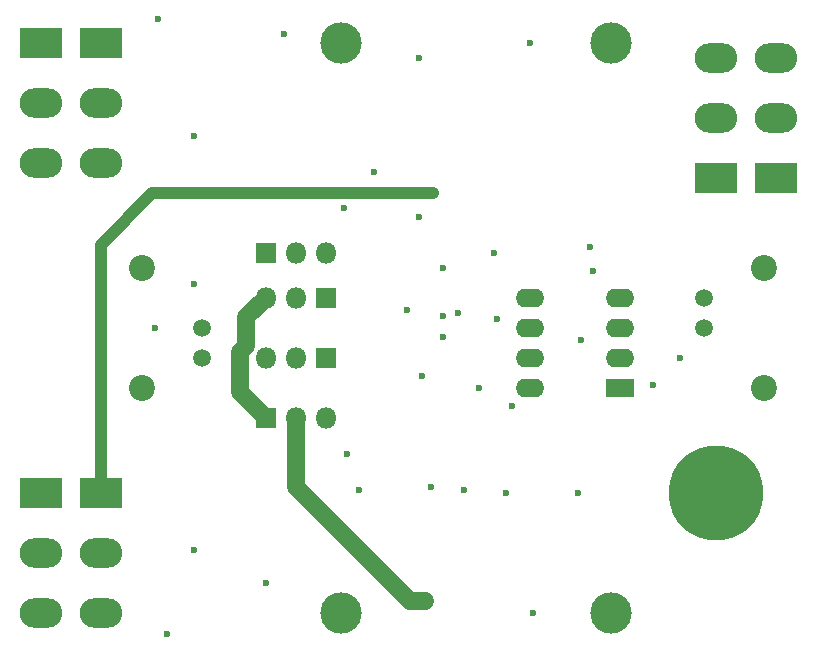
<source format=gbr>
G04 #@! TF.FileFunction,Copper,L3,Inr,Signal*
%FSLAX46Y46*%
G04 Gerber Fmt 4.6, Leading zero omitted, Abs format (unit mm)*
G04 Created by KiCad (PCBNEW 4.0.2-stable) date 10/6/2017 5:38:16 PM*
%MOMM*%
G01*
G04 APERTURE LIST*
%ADD10C,0.100000*%
%ADD11C,1.500000*%
%ADD12C,2.200000*%
%ADD13O,3.600000X2.500000*%
%ADD14R,3.600000X2.500000*%
%ADD15R,1.800000X1.800000*%
%ADD16O,1.800000X1.800000*%
%ADD17R,2.400000X1.600000*%
%ADD18O,2.400000X1.600000*%
%ADD19C,8.000000*%
%ADD20C,3.500000*%
%ADD21C,0.600000*%
%ADD22C,1.000000*%
%ADD23C,1.500000*%
G04 APERTURE END LIST*
D10*
D11*
X208600000Y-180340000D03*
X208600000Y-177800000D03*
D12*
X213680000Y-175260000D03*
X213680000Y-185420000D03*
D13*
X214630000Y-157480000D03*
X214630000Y-162560000D03*
D14*
X214630000Y-167640000D03*
X209550000Y-167640000D03*
D13*
X209550000Y-162560000D03*
X209550000Y-157480000D03*
X152400000Y-166370000D03*
X152400000Y-161290000D03*
D14*
X152400000Y-156210000D03*
X157480000Y-156210000D03*
D13*
X157480000Y-161290000D03*
X157480000Y-166370000D03*
X152400000Y-204470000D03*
X152400000Y-199390000D03*
D14*
X152400000Y-194310000D03*
X157480000Y-194310000D03*
D13*
X157480000Y-199390000D03*
X157480000Y-204470000D03*
D11*
X166050000Y-180340000D03*
X166050000Y-182880000D03*
D12*
X160970000Y-185420000D03*
X160970000Y-175260000D03*
D15*
X171450000Y-173990000D03*
D16*
X173990000Y-173990000D03*
X176530000Y-173990000D03*
D15*
X171450000Y-187960000D03*
D16*
X173990000Y-187960000D03*
X176530000Y-187960000D03*
D15*
X176530000Y-177800000D03*
D16*
X173990000Y-177800000D03*
X171450000Y-177800000D03*
D15*
X176530000Y-182880000D03*
D16*
X173990000Y-182880000D03*
X171450000Y-182880000D03*
D17*
X201422000Y-185420000D03*
D18*
X193802000Y-177800000D03*
X201422000Y-182880000D03*
X193802000Y-180340000D03*
X201422000Y-180340000D03*
X193802000Y-182880000D03*
X201422000Y-177800000D03*
X193802000Y-185420000D03*
D19*
X209550000Y-194310000D03*
D20*
X200660000Y-156210000D03*
X177800000Y-156210000D03*
X200660000Y-204470000D03*
X177800000Y-204470000D03*
D21*
X165354000Y-199136000D03*
X197866000Y-194310000D03*
X191770000Y-194310000D03*
X198120000Y-181356000D03*
X165354000Y-164084000D03*
X162052000Y-180340000D03*
X165354000Y-176657000D03*
X194056000Y-204470000D03*
X163068000Y-206248000D03*
X162306000Y-154178000D03*
X193802000Y-156210000D03*
X172974000Y-155448000D03*
X171450000Y-201930000D03*
X179324000Y-194056000D03*
X178308000Y-191008000D03*
X180594000Y-167132000D03*
X178054000Y-170180000D03*
X184404000Y-170942000D03*
X189484000Y-185420000D03*
X190754000Y-173990000D03*
X191008000Y-179578000D03*
X186436000Y-179324000D03*
X198882000Y-173482000D03*
X199136000Y-175514000D03*
X204216000Y-185166000D03*
X206502000Y-182880000D03*
X192278000Y-186944000D03*
X185572400Y-168960800D03*
X186436000Y-175260000D03*
X185420000Y-193802000D03*
X186436000Y-181102000D03*
X188214000Y-194056000D03*
X187706000Y-179070000D03*
X184658000Y-184404000D03*
X183388000Y-178816000D03*
X184404000Y-157480000D03*
X184912000Y-203454000D03*
D22*
X185572400Y-168960800D02*
X161848800Y-168960800D01*
X161848800Y-168960800D02*
X157480000Y-173329600D01*
X157480000Y-173329600D02*
X157480000Y-194310000D01*
D23*
X171450000Y-177800000D02*
X169799000Y-179451000D01*
X169291000Y-185801000D02*
X171450000Y-187960000D01*
X169291000Y-182372000D02*
X169291000Y-185801000D01*
X169799000Y-181864000D02*
X169291000Y-182372000D01*
X169799000Y-179451000D02*
X169799000Y-181864000D01*
X173990000Y-187960000D02*
X173990000Y-193802000D01*
X173990000Y-193802000D02*
X183642000Y-203454000D01*
X183642000Y-203454000D02*
X184912000Y-203454000D01*
M02*

</source>
